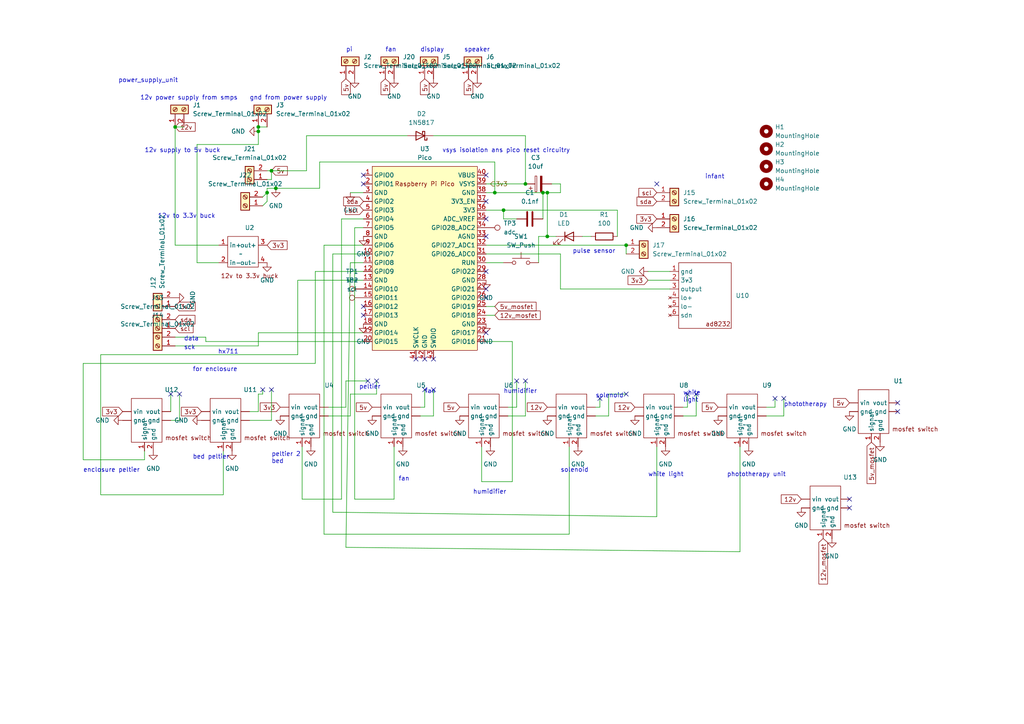
<source format=kicad_sch>
(kicad_sch (version 20230121) (generator eeschema)
  (paper "A4")
  (lib_symbols
    (symbol "Connector:Screw_Terminal_01x02" (pin_names (offset 1.016) hide)
      (property "Reference" "J" (at 0 2.54 0))
      (property "Value" "Screw_Terminal_01x02" (at 0 -5.08 0))
      (symbol "Screw_Terminal_01x02_1_1"
        (rectangle (start -1.27 1.27) (end 1.27 -3.81) (stroke (width 0.254)) (fill (type background)))
        (circle (center 0 -2.54) (radius 0.635) (stroke (width 0.1524)))
        (polyline (pts (xy -0.5334 -2.2098) (xy 0.3302 -3.048)) (stroke (width 0.1524)))
        (polyline (pts (xy -0.5334 0.3302) (xy 0.3302 -0.508)) (stroke (width 0.1524)))
        (polyline (pts (xy -0.3556 -2.032) (xy 0.508 -2.8702)) (stroke (width 0.1524)))
        (polyline (pts (xy -0.3556 0.508) (xy 0.508 -0.3302)) (stroke (width 0.1524)))
        (circle (center 0 0) (radius 0.635) (stroke (width 0.1524)))
        (pin passive line (at -5.08 0 0) (length 3.81) (name "Pin_1") (number "1"))
        (pin passive line (at -5.08 -2.54 0) (length 3.81) (name "Pin_2") (number "2"))
      )
    )
    (symbol "Connector:TestPoint" (pin_numbers hide) (pin_names (offset 0.762) hide)
      (property "Reference" "TP" (at 0 6.858 0))
      (property "Value" "TestPoint" (at 0 5.08 0))
      (symbol "TestPoint_0_1"
        (circle (center 0 3.302) (radius 0.762))
      )
      (symbol "TestPoint_1_1"
        (pin passive line (at 0 0 90) (length 2.54) (name "1") (number "1"))
      )
    )
    (symbol "Device:C" (pin_numbers hide) (pin_names (offset 0.254))
      (property "Reference" "C" (at 0.635 2.54 0))
      (property "Value" "C" (at 0.635 -2.54 0))
      (symbol "C_0_1"
        (polyline (pts (xy -2.032 -0.762) (xy 2.032 -0.762)) (stroke (width 0.508)))
        (polyline (pts (xy -2.032 0.762) (xy 2.032 0.762)) (stroke (width 0.508)))
      )
      (symbol "C_1_1"
        (pin passive line (at 0 3.81 270) (length 2.794) (name "~") (number "1"))
        (pin passive line (at 0 -3.81 90) (length 2.794) (name "~") (number "2"))
      )
    )
    (symbol "Device:C_Polarized" (pin_numbers hide) (pin_names (offset 0.254))
      (property "Reference" "C" (at 0.635 2.54 0))
      (property "Value" "C_Polarized" (at 0.635 -2.54 0))
      (symbol "C_Polarized_0_1"
        (rectangle (start -2.286 0.508) (end 2.286 1.016))
        (polyline (pts (xy -1.778 2.286) (xy -0.762 2.286)))
        (polyline (pts (xy -1.27 2.794) (xy -1.27 1.778)))
        (rectangle (start 2.286 -0.508) (end -2.286 -1.016) (fill (type outline)))
      )
      (symbol "C_Polarized_1_1"
        (pin passive line (at 0 3.81 270) (length 2.794) (name "~") (number "1"))
        (pin passive line (at 0 -3.81 90) (length 2.794) (name "~") (number "2"))
      )
    )
    (symbol "Device:LED" (pin_numbers hide) (pin_names (offset 1.016) hide)
      (property "Reference" "D" (at 0 2.54 0))
      (property "Value" "LED" (at 0 -2.54 0))
      (symbol "LED_0_1"
        (polyline (pts (xy -1.27 -1.27) (xy -1.27 1.27)) (stroke (width 0.254)))
        (polyline (pts (xy -1.27 0) (xy 1.27 0)))
        (polyline (pts (xy 1.27 -1.27) (xy 1.27 1.27) (xy -1.27 0) (xy 1.27 -1.27)) (stroke (width 0.254)))
        (polyline (pts (xy -3.048 -0.762) (xy -4.572 -2.286) (xy -3.81 -2.286) (xy -4.572 -2.286) (xy -4.572 -1.524)))
        (polyline (pts (xy -1.778 -0.762) (xy -3.302 -2.286) (xy -2.54 -2.286) (xy -3.302 -2.286) (xy -3.302 -1.524)))
      )
      (symbol "LED_1_1"
        (pin passive line (at -3.81 0 0) (length 2.54) (name "K") (number "1"))
        (pin passive line (at 3.81 0 180) (length 2.54) (name "A") (number "2"))
      )
    )
    (symbol "Device:R" (pin_numbers hide) (pin_names (offset 0))
      (property "Reference" "R" (at 2.032 0 90))
      (property "Value" "R" (at 0 0 90))
      (symbol "R_0_1"
        (rectangle (start -1.016 -2.54) (end 1.016 2.54) (stroke (width 0.254)))
      )
      (symbol "R_1_1"
        (pin passive line (at 0 3.81 270) (length 1.27) (name "~") (number "1"))
        (pin passive line (at 0 -3.81 90) (length 1.27) (name "~") (number "2"))
      )
    )
    (symbol "Diode:1N5817" (pin_numbers hide) (pin_names (offset 1.016) hide)
      (property "Reference" "D" (at 0 2.54 0))
      (property "Value" "1N5817" (at 0 -2.54 0))
      (symbol "1N5817_0_1"
        (polyline (pts (xy 1.27 0) (xy -1.27 0)))
        (polyline (pts (xy 1.27 1.27) (xy 1.27 -1.27) (xy -1.27 0) (xy 1.27 1.27)) (stroke (width 0.254)))
        (polyline (pts (xy -1.905 0.635) (xy -1.905 1.27) (xy -1.27 1.27) (xy -1.27 -1.27) (xy -0.635 -1.27) (xy -0.635 -0.635)) (stroke (width 0.254)))
      )
      (symbol "1N5817_1_1"
        (pin passive line (at -3.81 0 0) (length 2.54) (name "K") (number "1"))
        (pin passive line (at 3.81 0 180) (length 2.54) (name "A") (number "2"))
      )
    )
    (symbol "MCU_RaspberryPi_and_Boards:Pico"
      (property "Reference" "U" (at -13.97 27.94 0))
      (property "Value" "Pico" (at 0 19.05 0))
      (symbol "Pico_0_0"
        (text "Raspberry Pi Pico" (at 0 21.59 0) (effects (font (size 1.27 1.27))))
      )
      (symbol "Pico_0_1"
        (rectangle (start -15.24 26.67) (end 15.24 -26.67) (fill (type background)))
      )
      (symbol "Pico_1_1"
        (pin bidirectional line (at -17.78 24.13 0) (length 2.54) (name "GPIO0") (number "1"))
        (pin bidirectional line (at -17.78 1.27 0) (length 2.54) (name "GPIO7") (number "10"))
        (pin bidirectional line (at -17.78 -1.27 0) (length 2.54) (name "GPIO8") (number "11"))
        (pin bidirectional line (at -17.78 -3.81 0) (length 2.54) (name "GPIO9") (number "12"))
        (pin power_in line (at -17.78 -6.35 0) (length 2.54) (name "GND") (number "13"))
        (pin bidirectional line (at -17.78 -8.89 0) (length 2.54) (name "GPIO10") (number "14"))
        (pin bidirectional line (at -17.78 -11.43 0) (length 2.54) (name "GPIO11") (number "15"))
        (pin bidirectional line (at -17.78 -13.97 0) (length 2.54) (name "GPIO12") (number "16"))
        (pin bidirectional line (at -17.78 -16.51 0) (length 2.54) (name "GPIO13") (number "17"))
        (pin power_in line (at -17.78 -19.05 0) (length 2.54) (name "GND") (number "18"))
        (pin bidirectional line (at -17.78 -21.59 0) (length 2.54) (name "GPIO14") (number "19"))
        (pin bidirectional line (at -17.78 21.59 0) (length 2.54) (name "GPIO1") (number "2"))
        (pin bidirectional line (at -17.78 -24.13 0) (length 2.54) (name "GPIO15") (number "20"))
        (pin bidirectional line (at 17.78 -24.13 180) (length 2.54) (name "GPIO16") (number "21"))
        (pin bidirectional line (at 17.78 -21.59 180) (length 2.54) (name "GPIO17") (number "22"))
        (pin power_in line (at 17.78 -19.05 180) (length 2.54) (name "GND") (number "23"))
        (pin bidirectional line (at 17.78 -16.51 180) (length 2.54) (name "GPIO18") (number "24"))
        (pin bidirectional line (at 17.78 -13.97 180) (length 2.54) (name "GPIO19") (number "25"))
        (pin bidirectional line (at 17.78 -11.43 180) (length 2.54) (name "GPIO20") (number "26"))
        (pin bidirectional line (at 17.78 -8.89 180) (length 2.54) (name "GPIO21") (number "27"))
        (pin power_in line (at 17.78 -6.35 180) (length 2.54) (name "GND") (number "28"))
        (pin bidirectional line (at 17.78 -3.81 180) (length 2.54) (name "GPIO22") (number "29"))
        (pin power_in line (at -17.78 19.05 0) (length 2.54) (name "GND") (number "3"))
        (pin input line (at 17.78 -1.27 180) (length 2.54) (name "RUN") (number "30"))
        (pin bidirectional line (at 17.78 1.27 180) (length 2.54) (name "GPIO26_ADC0") (number "31"))
        (pin bidirectional line (at 17.78 3.81 180) (length 2.54) (name "GPIO27_ADC1") (number "32"))
        (pin power_in line (at 17.78 6.35 180) (length 2.54) (name "AGND") (number "33"))
        (pin bidirectional line (at 17.78 8.89 180) (length 2.54) (name "GPIO28_ADC2") (number "34"))
        (pin power_in line (at 17.78 11.43 180) (length 2.54) (name "ADC_VREF") (number "35"))
        (pin power_in line (at 17.78 13.97 180) (length 2.54) (name "3V3") (number "36"))
        (pin input line (at 17.78 16.51 180) (length 2.54) (name "3V3_EN") (number "37"))
        (pin bidirectional line (at 17.78 19.05 180) (length 2.54) (name "GND") (number "38"))
        (pin power_in line (at 17.78 21.59 180) (length 2.54) (name "VSYS") (number "39"))
        (pin bidirectional line (at -17.78 16.51 0) (length 2.54) (name "GPIO2") (number "4"))
        (pin power_in line (at 17.78 24.13 180) (length 2.54) (name "VBUS") (number "40"))
        (pin input line (at -2.54 -29.21 90) (length 2.54) (name "SWCLK") (number "41"))
        (pin power_in line (at 0 -29.21 90) (length 2.54) (name "GND") (number "42"))
        (pin bidirectional line (at 2.54 -29.21 90) (length 2.54) (name "SWDIO") (number "43"))
        (pin bidirectional line (at -17.78 13.97 0) (length 2.54) (name "GPIO3") (number "5"))
        (pin bidirectional line (at -17.78 11.43 0) (length 2.54) (name "GPIO4") (number "6"))
        (pin bidirectional line (at -17.78 8.89 0) (length 2.54) (name "GPIO5") (number "7"))
        (pin power_in line (at -17.78 6.35 0) (length 2.54) (name "GND") (number "8"))
        (pin bidirectional line (at -17.78 3.81 0) (length 2.54) (name "GPIO6") (number "9"))
      )
    )
    (symbol "Mechanical:MountingHole" (pin_names (offset 1.016))
      (property "Reference" "H" (at 0 5.08 0))
      (property "Value" "MountingHole" (at 0 3.175 0))
      (symbol "MountingHole_0_1"
        (circle (center 0 0) (radius 1.27) (stroke (width 1.27)))
      )
    )
    (symbol "Switch:SW_Push" (pin_numbers hide) (pin_names (offset 1.016) hide)
      (property "Reference" "SW" (at 1.27 2.54 0))
      (property "Value" "SW_Push" (at 0 -1.524 0))
      (symbol "SW_Push_0_1"
        (circle (center -2.032 0) (radius 0.508))
        (polyline (pts (xy 0 1.27) (xy 0 3.048)))
        (polyline (pts (xy 2.54 1.27) (xy -2.54 1.27)))
        (circle (center 2.032 0) (radius 0.508))
        (pin passive line (at -5.08 0 0) (length 2.54) (name "1") (number "1"))
        (pin passive line (at 5.08 0 180) (length 2.54) (name "2") (number "2"))
      )
    )
    (symbol "ad8232:ad8232"
      (property "Reference" "U10" (at 13.97 -4.445 0))
      (property "Value" "~" (at 0 0 0))
      (symbol "ad8232_0_1"
        (polyline (pts (xy -2.54 5.08) (xy -2.54 -13.97) (xy 12.7 -13.97) (xy 12.7 5.08) (xy -2.54 5.08)))
      )
      (symbol "ad8232_1_1"
        (text "ad8232" (at 8.89 -12.7 0) (effects (font (size 1.27 1.27))))
        (pin bidirectional line (at -5.08 2.54 0) (length 2.54) (name "gnd") (number "1"))
        (pin input line (at -5.08 0 0) (length 2.54) (name "3v3") (number "2"))
        (pin output line (at -5.08 -2.54 0) (length 2.54) (name "output") (number "3"))
        (pin no_connect line (at -5.08 -5.08 0) (length 2.54) (name "lo+") (number "4"))
        (pin no_connect line (at -5.08 -7.62 0) (length 2.54) (name "lo-") (number "5"))
        (pin no_connect line (at -5.08 -10.16 0) (length 2.54) (name "sdn") (number "6"))
      )
    )
    (symbol "buck:buck_12_3.3"
      (property "Reference" "U2" (at 2.54 7.62 0))
      (property "Value" "~" (at 0 0 0))
      (symbol "buck_12_3.3_0_1"
        (polyline (pts (xy -3.81 5.08) (xy -3.81 -3.81) (xy 5.08 -3.81) (xy 5.08 5.08) (xy -3.81 5.08)))
      )
      (symbol "buck_12_3.3_1_1"
        (text "12v to 3.3v buck\n" (at 2.54 -6.35 0) (effects (font (size 1.27 1.27))))
        (pin input line (at -6.35 2.54 0) (length 2.54) (name "in+") (number "1"))
        (pin input line (at -6.35 -2.54 0) (length 2.54) (name "in-") (number "2"))
        (pin bidirectional line (at 7.62 2.54 180) (length 2.54) (name "out+") (number "3"))
        (pin bidirectional line (at 7.62 -2.54 180) (length 2.54) (name "out-") (number "4"))
      )
    )
    (symbol "mosfet_switch:mosfet_switch"
      (property "Reference" "U12" (at 6.5568 11.43 0))
      (property "Value" "~" (at 0 0 0))
      (symbol "mosfet_switch_0_1"
        (polyline (pts (xy -5.08 8.89) (xy -5.08 -3.81) (xy 3.81 -3.81) (xy 3.81 8.89) (xy -5.08 8.89)))
      )
      (symbol "mosfet_switch_1_1"
        (text "mosfet switch" (at 11.43 -2.54 0) (effects (font (size 1.27 1.27))))
        (pin input line (at -7.62 2.54 0) (length 2.54) (name "gnd") (number ""))
        (pin bidirectional line (at 6.35 2.54 180) (length 2.54) (name "gnd") (number ""))
        (pin input line (at -7.62 5.08 0) (length 2.54) (name "vin") (number ""))
        (pin bidirectional line (at 6.35 5.08 180) (length 2.54) (name "vout") (number ""))
        (pin bidirectional line (at -1.27 -6.35 90) (length 2.54) (name "signal") (number "1"))
        (pin bidirectional line (at 1.27 -6.35 90) (length 2.54) (name "gnd") (number "2"))
      )
    )
    (symbol "mosfet_switch_1"
      (property "Reference" "U9" (at 6.5568 11.43 0))
      (property "Value" "~" (at 0 0 0))
      (symbol "mosfet_switch_1_0_1"
        (polyline (pts (xy -5.08 8.89) (xy -5.08 -3.81) (xy 3.81 -3.81) (xy 3.81 8.89) (xy -5.08 8.89)))
      )
      (symbol "mosfet_switch_1_1_1"
        (text "mosfet switch" (at 11.43 -2.54 0) (effects (font (size 1.27 1.27))))
        (pin input line (at -7.62 2.54 0) (length 2.54) (name "gnd") (number ""))
        (pin bidirectional line (at 6.35 2.54 180) (length 2.54) (name "gnd") (number ""))
        (pin input line (at -7.62 5.08 0) (length 2.54) (name "vin") (number ""))
        (pin bidirectional line (at 6.35 5.08 180) (length 2.54) (name "vout") (number ""))
        (pin bidirectional line (at -1.27 -6.35 90) (length 2.54) (name "signal") (number "1"))
        (pin bidirectional line (at 1.27 -6.35 90) (length 2.54) (name "gnd") (number "2"))
      )
    )
    (symbol "mosfet_switch_2"
      (property "Reference" "U8" (at 6.5568 11.43 0))
      (property "Value" "~" (at 0 0 0))
      (symbol "mosfet_switch_2_0_1"
        (polyline (pts (xy -5.08 8.89) (xy -5.08 -3.81) (xy 3.81 -3.81) (xy 3.81 8.89) (xy -5.08 8.89)))
      )
      (symbol "mosfet_switch_2_1_1"
        (text "mosfet switch" (at 11.43 -2.54 0) (effects (font (size 1.27 1.27))))
        (pin input line (at -7.62 2.54 0) (length 2.54) (name "gnd") (number ""))
        (pin bidirectional line (at 6.35 2.54 180) (length 2.54) (name "gnd") (number ""))
        (pin input line (at -7.62 5.08 0) (length 2.54) (name "vin") (number ""))
        (pin bidirectional line (at 6.35 5.08 180) (length 2.54) (name "vout") (number ""))
        (pin bidirectional line (at -1.27 -6.35 90) (length 2.54) (name "signal") (number "1"))
        (pin bidirectional line (at 1.27 -6.35 90) (length 2.54) (name "gnd") (number "2"))
      )
    )
    (symbol "mosfet_switch_3"
      (property "Reference" "U5" (at 6.5568 11.43 0))
      (property "Value" "~" (at 0 0 0))
      (symbol "mosfet_switch_3_0_1"
        (polyline (pts (xy -5.08 8.89) (xy -5.08 -3.81) (xy 3.81 -3.81) (xy 3.81 8.89) (xy -5.08 8.89)))
      )
      (symbol "mosfet_switch_3_1_1"
        (text "mosfet switch" (at 11.43 -2.54 0) (effects (font (size 1.27 1.27))))
        (pin input line (at -7.62 2.54 0) (length 2.54) (name "gnd") (number ""))
        (pin bidirectional line (at 6.35 2.54 180) (length 2.54) (name "gnd") (number ""))
        (pin input line (at -7.62 5.08 0) (length 2.54) (name "vin") (number ""))
        (pin bidirectional line (at 6.35 5.08 180) (length 2.54) (name "vout") (number ""))
        (pin bidirectional line (at -1.27 -6.35 90) (length 2.54) (name "signal") (number "1"))
        (pin bidirectional line (at 1.27 -6.35 90) (length 2.54) (name "gnd") (number "2"))
      )
    )
    (symbol "mosfet_switch_4"
      (property "Reference" "U6" (at 6.5568 11.43 0))
      (property "Value" "~" (at 0 0 0))
      (symbol "mosfet_switch_4_0_1"
        (polyline (pts (xy -5.08 8.89) (xy -5.08 -3.81) (xy 3.81 -3.81) (xy 3.81 8.89) (xy -5.08 8.89)))
      )
      (symbol "mosfet_switch_4_1_1"
        (text "mosfet switch" (at 11.43 -2.54 0) (effects (font (size 1.27 1.27))))
        (pin input line (at -7.62 2.54 0) (length 2.54) (name "gnd") (number ""))
        (pin bidirectional line (at 6.35 2.54 180) (length 2.54) (name "gnd") (number ""))
        (pin input line (at -7.62 5.08 0) (length 2.54) (name "vin") (number ""))
        (pin bidirectional line (at 6.35 5.08 180) (length 2.54) (name "vout") (number ""))
        (pin bidirectional line (at -1.27 -6.35 90) (length 2.54) (name "signal") (number "1"))
        (pin bidirectional line (at 1.27 -6.35 90) (length 2.54) (name "gnd") (number "2"))
      )
    )
    (symbol "mosfet_switch_5"
      (property "Reference" "U7" (at 6.5568 11.43 0))
      (property "Value" "~" (at 0 0 0))
      (symbol "mosfet_switch_5_0_1"
        (polyline (pts (xy -5.08 8.89) (xy -5.08 -3.81) (xy 3.81 -3.81) (xy 3.81 8.89) (xy -5.08 8.89)))
      )
      (symbol "mosfet_switch_5_1_1"
        (text "mosfet switch" (at 11.43 -2.54 0) (effects (font (size 1.27 1.27))))
        (pin input line (at -7.62 2.54 0) (length 2.54) (name "gnd") (number ""))
        (pin bidirectional line (at 6.35 2.54 180) (length 2.54) (name "gnd") (number ""))
        (pin input line (at -7.62 5.08 0) (length 2.54) (name "vin") (number ""))
        (pin bidirectional line (at 6.35 5.08 180) (length 2.54) (name "vout") (number ""))
        (pin bidirectional line (at -1.27 -6.35 90) (length 2.54) (name "signal") (number "1"))
        (pin bidirectional line (at 1.27 -6.35 90) (length 2.54) (name "gnd") (number "2"))
      )
    )
    (symbol "mosfet_switch_6"
      (property "Reference" "U4" (at 6.5568 11.43 0))
      (property "Value" "~" (at 0 0 0))
      (symbol "mosfet_switch_6_0_1"
        (polyline (pts (xy -5.08 8.89) (xy -5.08 -3.81) (xy 3.81 -3.81) (xy 3.81 8.89) (xy -5.08 8.89)))
      )
      (symbol "mosfet_switch_6_1_1"
        (text "mosfet switch" (at 11.43 -2.54 0) (effects (font (size 1.27 1.27))))
        (pin input line (at -7.62 2.54 0) (length 2.54) (name "gnd") (number ""))
        (pin bidirectional line (at 6.35 2.54 180) (length 2.54) (name "gnd") (number ""))
        (pin input line (at -7.62 5.08 0) (length 2.54) (name "vin") (number ""))
        (pin bidirectional line (at 6.35 5.08 180) (length 2.54) (name "vout") (number ""))
        (pin bidirectional line (at -1.27 -6.35 90) (length 2.54) (name "signal") (number "1"))
        (pin bidirectional line (at 1.27 -6.35 90) (length 2.54) (name "gnd") (number "2"))
      )
    )
    (symbol "mosfet_switch_7"
      (property "Reference" "U11" (at 6.5568 11.43 0))
      (property "Value" "~" (at 0 0 0))
      (symbol "mosfet_switch_7_0_1"
        (polyline (pts (xy -5.08 8.89) (xy -5.08 -3.81) (xy 3.81 -3.81) (xy 3.81 8.89) (xy -5.08 8.89)))
      )
      (symbol "mosfet_switch_7_1_1"
        (text "mosfet switch" (at 11.43 -2.54 0) (effects (font (size 1.27 1.27))))
        (pin input line (at -7.62 2.54 0) (length 2.54) (name "gnd") (number ""))
        (pin bidirectional line (at 6.35 2.54 180) (length 2.54) (name "gnd") (number ""))
        (pin input line (at -7.62 5.08 0) (length 2.54) (name "vin") (number ""))
        (pin bidirectional line (at 6.35 5.08 180) (length 2.54) (name "vout") (number ""))
        (pin bidirectional line (at -1.27 -6.35 90) (length 2.54) (name "signal") (number "1"))
        (pin bidirectional line (at 1.27 -6.35 90) (length 2.54) (name "gnd") (number "2"))
      )
    )
    (symbol "power:GND" (power) (pin_names (offset 0))
      (property "Value" "GND" (at 0 -3.81 0))
      (symbol "GND_0_1"
        (polyline (pts (xy 0 0) (xy 0 -1.27) (xy 1.27 -1.27) (xy 0 -2.54) (xy -1.27 -1.27) (xy 0 -1.27)))
      )
      (symbol "GND_1_1"
        (pin power_in line (at 0 0 270) (length 0) hide (name "GND") (number "1"))
      )
    )
  )
  (junction (at 143.51 55.88))
  (junction (at 77.47 55.88))
  (junction (at 80.01 54.61))
  (junction (at 74.93 38.1))
  (junction (at 74.93 36.83))
  (junction (at 78.74 49.53))
  (junction (at 181.61 71.12))
  (junction (at 157.48 55.88))
  (junction (at 158.75 55.88))
  (junction (at 146.05 60.96))
  (junction (at 152.4 53.34))
  (junction (at 158.75 68.58))
  (junction (at 50.8 36.83))
  (no_connect (at 149.86 110.49))
  (no_connect (at 140.97 68.58))
  (no_connect (at 123.19 113.03))
  (no_connect (at 120.65 104.14))
  (no_connect (at 140.97 50.8))
  (no_connect (at 140.97 78.74))
  (no_connect (at 224.79 115.57))
  (no_connect (at 140.97 86.36))
  (no_connect (at 105.41 91.44))
  (no_connect (at 260.35 119.38))
  (no_connect (at 78.74 113.03))
  (no_connect (at 140.97 96.52))
  (no_connect (at 49.53 114.3))
  (no_connect (at 109.22 110.49))
  (no_connect (at 201.93 114.3))
  (no_connect (at 125.73 104.14))
  (no_connect (at 105.41 88.9))
  (no_connect (at 140.97 83.82))
  (no_connect (at 190.5 53.34))
  (no_connect (at 246.38 144.78))
  (no_connect (at 246.38 147.32))
  (no_connect (at 181.61 114.3))
  (no_connect (at 199.39 114.3))
  (no_connect (at 52.07 114.3))
  (no_connect (at 152.4 110.49))
  (no_connect (at 76.2 113.03))
  (no_connect (at 140.97 58.42))
  (no_connect (at 123.19 104.14))
  (no_connect (at 125.73 113.03))
  (no_connect (at 260.35 116.84))
  (no_connect (at 227.33 115.57))
  (no_connect (at 173.99 115.57))
  (no_connect (at 106.68 110.49))
  (no_connect (at 105.41 53.34))
  (no_connect (at 105.41 50.8))
  (no_connect (at 140.97 63.5))
  (wire (pts (xy 74.93 114.3) (xy 76.2 114.3)))
  (wire (pts (xy 152.4 110.49) (xy 152.4 120.65)))
  (wire (pts (xy 96.52 148.59) (xy 96.52 73.66)))
  (wire (pts (xy 102.87 144.78) (xy 102.87 66.04)))
  (wire (pts (xy 214.63 160.02) (xy 100.33 158.75)))
  (wire (pts (xy 76.2 59.69) (xy 77.47 58.42)))
  (wire (pts (xy 99.06 63.5) (xy 105.41 63.5)))
  (wire (pts (xy 114.3 144.78) (xy 102.87 144.78)))
  (wire (pts (xy 77.47 58.42) (xy 77.47 55.88)))
  (wire (pts (xy 91.44 78.74) (xy 91.44 105.41)))
  (wire (pts (xy 222.25 120.65) (xy 227.33 120.65)))
  (wire (pts (xy 194.31 78.74) (xy 187.96 78.74)))
  (wire (pts (xy 101.6 76.2) (xy 105.41 76.2)))
  (wire (pts (xy 77.47 54.61) (xy 77.47 55.88)))
  (wire (pts (xy 78.74 49.53) (xy 88.9 49.53)))
  (wire (pts (xy 49.53 121.92) (xy 52.07 121.92)))
  (wire (pts (xy 52.07 121.92) (xy 52.07 114.3)))
  (wire (pts (xy 99.06 144.78) (xy 99.06 63.5)))
  (wire (pts (xy 105.41 78.74) (xy 91.44 78.74)))
  (wire (pts (xy 157.48 55.88) (xy 158.75 55.88)))
  (wire (pts (xy 78.74 113.03) (xy 78.74 121.92)))
  (wire (pts (xy 74.93 41.91) (xy 57.15 41.91)))
  (wire (pts (xy 101.6 120.65) (xy 95.25 120.65)))
  (wire (pts (xy 140.97 71.12) (xy 181.61 71.12)))
  (wire (pts (xy 139.7 129.54) (xy 139.7 139.7)))
  (wire (pts (xy 93.98 71.12) (xy 105.41 71.12)))
  (wire (pts (xy 72.39 119.38) (xy 74.93 119.38)))
  (wire (pts (xy 165.1 129.54) (xy 165.1 154.94)))
  (wire (pts (xy 74.93 36.83) (xy 74.93 38.1)))
  (wire (pts (xy 152.4 53.34) (xy 140.97 53.34)))
  (wire (pts (xy 96.52 73.66) (xy 105.41 73.66)))
  (wire (pts (xy 149.86 63.5) (xy 146.05 63.5)))
  (wire (pts (xy 152.4 120.65) (xy 147.32 120.65)))
  (wire (pts (xy 41.91 133.35) (xy 41.91 130.81)))
  (wire (pts (xy 59.69 99.06) (xy 105.41 99.06)))
  (wire (pts (xy 87.63 144.78) (xy 99.06 144.78)))
  (wire (pts (xy 105.41 55.88) (xy 101.6 55.88)))
  (wire (pts (xy 50.8 36.83) (xy 50.8 71.12)))
  (wire (pts (xy 53.34 36.83) (xy 50.8 36.83)))
  (wire (pts (xy 93.98 154.94) (xy 93.98 71.12)))
  (wire (pts (xy 224.79 118.11) (xy 222.25 118.11)))
  (wire (pts (xy 125.73 113.03) (xy 125.73 120.65)))
  (wire (pts (xy 74.93 38.1) (xy 74.93 41.91)))
  (wire (pts (xy 168.91 68.58) (xy 171.45 68.58)))
  (wire (pts (xy 156.21 68.58) (xy 158.75 68.58)))
  (wire (pts (xy 91.44 105.41) (xy 24.13 105.41)))
  (wire (pts (xy 179.07 68.58) (xy 179.07 60.96)))
  (wire (pts (xy 152.4 39.37) (xy 125.73 39.37)))
  (wire (pts (xy 86.36 81.28) (xy 105.41 81.28)))
  (wire (pts (xy 87.63 129.54) (xy 87.63 144.78)))
  (wire (pts (xy 74.93 96.52) (xy 105.41 96.52)))
  (wire (pts (xy 165.1 154.94) (xy 93.98 154.94)))
  (wire (pts (xy 77.47 36.83) (xy 74.93 36.83)))
  (wire (pts (xy 77.47 54.61) (xy 80.01 54.61)))
  (wire (pts (xy 123.19 118.11) (xy 123.19 113.03)))
  (wire (pts (xy 140.97 76.2) (xy 146.05 76.2)))
  (wire (pts (xy 148.59 99.06) (xy 140.97 99.06)))
  (wire (pts (xy 77.47 52.07) (xy 78.74 52.07)))
  (wire (pts (xy 143.51 55.88) (xy 157.48 55.88)))
  (wire (pts (xy 140.97 73.66) (xy 162.56 73.66)))
  (wire (pts (xy 162.56 73.66) (xy 162.56 83.82)))
  (wire (pts (xy 139.7 139.7) (xy 148.59 139.7)))
  (wire (pts (xy 181.61 73.66) (xy 181.61 71.12)))
  (wire (pts (xy 152.4 39.37) (xy 152.4 53.34)))
  (wire (pts (xy 224.79 115.57) (xy 224.79 118.11)))
  (wire (pts (xy 59.69 99.06) (xy 59.69 97.79)))
  (wire (pts (xy 162.56 83.82) (xy 194.31 83.82)))
  (wire (pts (xy 227.33 120.65) (xy 227.33 115.57)))
  (wire (pts (xy 101.6 114.3) (xy 101.6 120.65)))
  (wire (pts (xy 201.93 114.3) (xy 201.93 120.65)))
  (wire (pts (xy 201.93 120.65) (xy 198.12 120.65)))
  (wire (pts (xy 148.59 139.7) (xy 148.59 99.06)))
  (wire (pts (xy 78.74 121.92) (xy 72.39 121.92)))
  (wire (pts (xy 77.47 55.88) (xy 76.2 57.15)))
  (wire (pts (xy 147.32 118.11) (xy 149.86 118.11)))
  (wire (pts (xy 80.01 54.61) (xy 92.71 54.61)))
  (wire (pts (xy 194.31 81.28) (xy 187.96 81.28)))
  (wire (pts (xy 121.92 118.11) (xy 123.19 118.11)))
  (wire (pts (xy 99.06 148.59) (xy 96.52 148.59)))
  (wire (pts (xy 74.93 119.38) (xy 74.93 114.3)))
  (wire (pts (xy 88.9 39.37) (xy 118.11 39.37)))
  (wire (pts (xy 125.73 120.65) (xy 121.92 120.65)))
  (wire (pts (xy 102.87 66.04) (xy 105.41 66.04)))
  (wire (pts (xy 59.69 97.79) (xy 50.8 97.79)))
  (wire (pts (xy 176.53 120.65) (xy 172.72 120.65)))
  (wire (pts (xy 100.33 158.75) (xy 101.6 76.2)))
  (wire (pts (xy 158.75 68.58) (xy 161.29 68.58)))
  (wire (pts (xy 173.99 118.11) (xy 172.72 118.11)))
  (wire (pts (xy 95.25 118.11) (xy 100.33 118.11)))
  (wire (pts (xy 190.5 129.54) (xy 190.5 149.86)))
  (wire (pts (xy 86.36 102.87) (xy 86.36 81.28)))
  (wire (pts (xy 109.22 110.49) (xy 109.22 114.3)))
  (wire (pts (xy 158.75 55.88) (xy 162.56 55.88)))
  (wire (pts (xy 64.77 143.51) (xy 29.21 143.51)))
  (wire (pts (xy 140.97 91.44) (xy 143.51 91.44)))
  (wire (pts (xy 160.02 53.34) (xy 162.56 53.34)))
  (wire (pts (xy 146.05 60.96) (xy 140.97 60.96)))
  (wire (pts (xy 140.97 55.88) (xy 143.51 55.88)))
  (wire (pts (xy 140.97 88.9) (xy 143.51 88.9)))
  (wire (pts (xy 29.21 102.87) (xy 86.36 102.87)))
  (wire (pts (xy 173.99 115.57) (xy 173.99 118.11)))
  (wire (pts (xy 179.07 60.96) (xy 146.05 60.96)))
  (wire (pts (xy 156.21 76.2) (xy 156.21 68.58)))
  (wire (pts (xy 190.5 149.86) (xy 99.06 148.59)))
  (wire (pts (xy 146.05 63.5) (xy 146.05 60.96)))
  (wire (pts (xy 92.71 54.61) (xy 92.71 46.99)))
  (wire (pts (xy 49.53 114.3) (xy 49.53 119.38)))
  (wire (pts (xy 157.48 63.5) (xy 157.48 55.88)))
  (wire (pts (xy 76.2 114.3) (xy 76.2 113.03)))
  (wire (pts (xy 114.3 129.54) (xy 114.3 144.78)))
  (wire (pts (xy 100.33 110.49) (xy 106.68 110.49)))
  (wire (pts (xy 63.5 71.12) (xy 50.8 71.12)))
  (wire (pts (xy 149.86 118.11) (xy 149.86 110.49)))
  (wire (pts (xy 77.47 49.53) (xy 78.74 49.53)))
  (wire (pts (xy 64.77 130.81) (xy 64.77 143.51)))
  (wire (pts (xy 109.22 114.3) (xy 101.6 114.3)))
  (wire (pts (xy 88.9 49.53) (xy 88.9 39.37)))
  (wire (pts (xy 143.51 46.99) (xy 143.51 55.88)))
  (wire (pts (xy 57.15 76.2) (xy 63.5 76.2)))
  (wire (pts (xy 92.71 46.99) (xy 143.51 46.99)))
  (wire (pts (xy 74.93 96.52) (xy 74.93 100.33)))
  (wire (pts (xy 214.63 129.54) (xy 214.63 160.02)))
  (wire (pts (xy 29.21 143.51) (xy 29.21 102.87)))
  (wire (pts (xy 199.39 114.3) (xy 199.39 118.11)))
  (wire (pts (xy 78.74 52.07) (xy 78.74 49.53)))
  (wire (pts (xy 176.53 114.3) (xy 176.53 120.65)))
  (wire (pts (xy 199.39 118.11) (xy 198.12 118.11)))
  (wire (pts (xy 181.61 114.3) (xy 176.53 114.3)))
  (wire (pts (xy 162.56 53.34) (xy 162.56 55.88)))
  (wire (pts (xy 158.75 68.58) (xy 158.75 55.88)))
  (wire (pts (xy 57.15 41.91) (xy 57.15 76.2)))
  (wire (pts (xy 24.13 105.41) (xy 24.13 133.35)))
  (wire (pts (xy 50.8 100.33) (xy 74.93 100.33)))
  (wire (pts (xy 100.33 118.11) (xy 100.33 110.49)))
  (wire (pts (xy 24.13 133.35) (xy 41.91 133.35)))
  (text "phototherapy" (at 227.33 118.11 0) (effects (font (size 1.27 1.27)) (justify left bottom)))
  (text "pi" (at 100.33 15.24 0) (effects (font (size 1.27 1.27)) (justify left bottom)))
  (text "humidifier" (at 146.05 114.3 0) (effects (font (size 1.27 1.27)) (justify left bottom)))
  (text "12v supply to 5v buck\n" (at 41.91 44.45 0) (effects (font (size 1.27 1.27)) (justify left bottom)))
  (text "vsys isolation ans pico reset circuitry" (at 128.27 44.45 0) (effects (font (size 1.27 1.27)) (justify left bottom)))
  (text "for enclosure" (at 55.88 107.95 0) (effects (font (size 1.27 1.27)) (justify left bottom)))
  (text " hx711" (at 62.23 102.87 0) (effects (font (size 1.27 1.27)) (justify left bottom)))
  (text "speaker" (at 134.62 15.24 0) (effects (font (size 1.27 1.27)) (justify left bottom)))
  (text "peltier " (at 104.14 113.03 0) (effects (font (size 1.27 1.27)) (justify left bottom)))
  (text "solenoid" (at 162.56 137.16 0) (effects (font (size 1.27 1.27)) (justify left bottom)))
  (text "12v power supply from smps" (at 40.64 29.21 0) (effects (font (size 1.27 1.27)) (justify left bottom)))
  (text "white light" (at 187.96 138.43 0) (effects (font (size 1.27 1.27)) (justify left bottom)))
  (text "fan" (at 115.57 139.7 0) (effects (font (size 1.27 1.27)) (justify left bottom)))
  (text "enclosure peltier" (at 24.13 137.16 0) (effects (font (size 1.27 1.27)) (justify left bottom)))
  (text "humidifier" (at 137.16 143.51 0) (effects (font (size 1.27 1.27)) (justify left bottom)))
  (text "bed peltier" (at 55.88 133.35 0) (effects (font (size 1.27 1.27)) (justify left bottom)))
  (text "infant\n" (at 204.47 52.07 0) (effects (font (size 1.27 1.27)) (justify left bottom)))
  (text "power_supply_unit\n" (at 34.29 24.13 0) (effects (font (size 1.27 1.27)) (justify left bottom)))
  (text "sck" (at 53.34 101.6 0) (effects (font (size 1.27 1.27)) (justify left bottom)))
  (text "gnd from power supply" (at 72.39 29.21 0) (effects (font (size 1.27 1.27)) (justify left bottom)))
  (text "peltier 2\nbed\n" (at 78.74 134.62 0) (effects (font (size 1.27 1.27)) (justify left bottom)))
  (text "display" (at 121.92 15.24 0) (effects (font (size 1.27 1.27)) (justify left bottom)))
  (text "solenoid" (at 172.72 115.57 0) (effects (font (size 1.27 1.27)) (justify left bottom)))
  (text " pulse sensor" (at 165.1 73.66 0) (effects (font (size 1.27 1.27)) (justify left bottom)))
  (text "12v to 3.3v buck\n" (at 45.72 63.5 0) (effects (font (size 1.27 1.27)) (justify left bottom)))
  (text "white \nlight" (at 198.12 116.84 0) (effects (font (size 1.27 1.27)) (justify left bottom)))
  (text "data " (at 53.34 99.06 0) (effects (font (size 1.27 1.27)) (justify left bottom)))
  (text "phototherapy unit" (at 210.82 138.43 0) (effects (font (size 1.27 1.27)) (justify left bottom)))
  (text "fan" (at 123.19 114.3 0) (effects (font (size 1.27 1.27)) (justify left bottom)))
  (text "fan" (at 111.76 15.24 0) (effects (font (size 1.27 1.27)) (justify left bottom)))
  (global_label "scl" (shape input) (at 105.41 60.96 180) (property "Intersheetrefs" "${INTERSHEET_REFS}" (effects hide)))
  (global_label "3v3" (shape input) (at 50.8 88.9 0) (property "Intersheetrefs" "${INTERSHEET_REFS}" (effects hide)))
  (global_label "3v3" (shape input) (at 35.56 119.38 180) (property "Intersheetrefs" "${INTERSHEET_REFS}" (effects hide)))
  (global_label "3v3" (shape input) (at 58.42 119.38 180) (property "Intersheetrefs" "${INTERSHEET_REFS}" (effects hide)))
  (global_label "scl" (shape input) (at 50.8 95.25 0) (property "Intersheetrefs" "${INTERSHEET_REFS}" (effects hide)))
  (global_label "sda" (shape input) (at 50.8 92.71 0) (property "Intersheetrefs" "${INTERSHEET_REFS}" (effects hide)))
  (global_label "5v" (shape input) (at 107.95 118.11 180) (property "Intersheetrefs" "${INTERSHEET_REFS}" (effects hide)))
  (global_label "5v" (shape input) (at 123.19 22.86 270) (property "Intersheetrefs" "${INTERSHEET_REFS}" (effects hide)))
  (global_label "12v" (shape input) (at 184.15 118.11 180) (property "Intersheetrefs" "${INTERSHEET_REFS}" (effects hide)))
  (global_label "5v" (shape input) (at 78.74 49.53 0) (property "Intersheetrefs" "${INTERSHEET_REFS}" (effects hide)))
  (global_label "3v3" (shape input) (at 81.28 118.11 180) (property "Intersheetrefs" "${INTERSHEET_REFS}" (effects hide)))
  (global_label "5v" (shape input) (at 111.76 22.86 270) (property "Intersheetrefs" "${INTERSHEET_REFS}" (effects hide)))
  (global_label "5v" (shape input) (at 135.89 22.86 270) (property "Intersheetrefs" "${INTERSHEET_REFS}" (effects hide)))
  (global_label "5v_mosfet" (shape input) (at 252.73 128.27 270) (property "Intersheetrefs" "${INTERSHEET_REFS}" (effects hide)))
  (global_label "3v3" (shape input) (at 187.96 81.28 180) (property "Intersheetrefs" "${INTERSHEET_REFS}" (effects hide)))
  (global_label "3v3" (shape input) (at 190.5 63.5 180) (property "Intersheetrefs" "${INTERSHEET_REFS}" (effects hide)))
  (global_label "5v_mosfet" (shape input) (at 143.51 88.9 0) (property "Intersheetrefs" "${INTERSHEET_REFS}" (effects hide)))
  (global_label "3v3" (shape input) (at 77.47 71.12 0) (property "Intersheetrefs" "${INTERSHEET_REFS}" (effects hide)))
  (global_label "sda" (shape input) (at 105.41 58.42 180) (property "Intersheetrefs" "${INTERSHEET_REFS}" (effects hide)))
  (global_label "12v" (shape input) (at 232.41 144.78 180) (property "Intersheetrefs" "${INTERSHEET_REFS}" (effects hide)))
  (global_label "12v_mosfet" (shape input) (at 238.76 156.21 270) (property "Intersheetrefs" "${INTERSHEET_REFS}" (effects hide)))
  (global_label "12v" (shape input) (at 158.75 118.11 180) (property "Intersheetrefs" "${INTERSHEET_REFS}" (effects hide)))
  (global_label "12v_mosfet" (shape input) (at 143.51 91.44 0) (property "Intersheetrefs" "${INTERSHEET_REFS}" (effects hide)))
  (global_label "5v" (shape input) (at 246.38 116.84 180) (property "Intersheetrefs" "${INTERSHEET_REFS}" (effects hide)))
  (global_label "5v" (shape input) (at 133.35 118.11 180) (property "Intersheetrefs" "${INTERSHEET_REFS}" (effects hide)))
  (global_label "sda" (shape input) (at 190.5 58.42 180) (property "Intersheetrefs" "${INTERSHEET_REFS}" (effects hide)))
  (global_label "5v" (shape input) (at 100.33 22.86 270) (property "Intersheetrefs" "${INTERSHEET_REFS}" (effects hide)))
  (global_label "12v" (shape input) (at 50.8 36.83 0) (property "Intersheetrefs" "${INTERSHEET_REFS}" (effects hide)))
  (global_label "5v" (shape input) (at 208.28 118.11 180) (property "Intersheetrefs" "${INTERSHEET_REFS}" (effects hide)))
  (global_label "scl" (shape input) (at 190.5 55.88 180) (property "Intersheetrefs" "${INTERSHEET_REFS}" (effects hide)))
  (hierarchical_label "3v3" (shape input) (at 142.24 53.34 0))
  (symbol (lib_id "Mechanical:MountingHole") (at 222.25 38.1 0) (unit 1)
    (property "Reference" "H1" (at 224.79 36.83 0) (effects (justify left)))
    (property "Value" "MountingHole" (at 224.79 39.37 0) (effects (justify left)))
    (property "Footprint" "MountingHole:MountingHole_3.2mm_M3" (effects hide))
  )
  (symbol (lib_id "power:GND") (at 101.6 55.88 0) (unit 1)
    (property "Reference" "#PWR033" (effects hide))
    (property "Value" "GND" (at 101.6 60.96 0))
  )
  (symbol (lib_id "power:GND") (at 217.17 129.54 0) (unit 1)
    (property "Reference" "#PWR08" (effects hide))
    (property "Value" "GND" (at 217.17 134.62 0))
  )
  (symbol (lib_id "Connector:Screw_Terminal_01x02") (at 74.93 31.75 90) (unit 1)
    (property "Reference" "J3" (at 80.01 30.48 90) (effects (justify right)))
    (property "Value" "Screw_Terminal_01x02" (at 80.01 33.02 90) (effects (justify right)))
    (property "Footprint" "screw_terminal:screw_terminal" (effects hide))
  )
  (symbol (lib_id "Connector:Screw_Terminal_01x02") (at 45.72 88.9 180) (unit 1)
    (property "Reference" "J12" (at 44.45 83.82 90) (effects (justify right)))
    (property "Value" "Screw_Terminal_01x02" (at 46.99 83.82 90) (effects (justify right)))
    (property "Footprint" "screw_terminal:screw_terminal" (effects hide))
  )
  (symbol (lib_id "power:GND") (at 187.96 78.74 270) (unit 1)
    (property "Reference" "#PWR09" (effects hide))
    (property "Value" "GND" (at 184.15 78.74 90) (effects (justify right)))
  )
  (symbol (lib_id "power:GND") (at 114.3 22.86 0) (unit 1)
    (property "Reference" "#PWR027" (effects hide))
    (property "Value" "GND" (at 114.3 27.94 0))
  )
  (symbol (lib_id "Switch:SW_Push") (at 151.13 76.2 0) (unit 1)
    (property "Reference" "SW1" (at 151.13 68.58 0))
    (property "Value" "SW_Push" (at 151.13 71.12 0))
    (property "Footprint" "Button_Switch_THT:SW_PUSH_6mm" (effects hide))
  )
  (symbol (lib_id "Connector:TestPoint") (at 140.97 66.04 270) (unit 1)
    (property "Reference" "TP3" (at 146.05 64.77 90) (effects (justify left)))
    (property "Value" "adc" (at 146.05 67.31 90) (effects (justify left)))
    (property "Footprint" "TestPoint:TestPoint_2Pads_Pitch2.54mm_Drill0.8mm" (effects hide))
  )
  (symbol (lib_id "Mechanical:MountingHole") (at 222.25 48.26 0) (unit 1)
    (property "Reference" "H3" (at 224.79 46.99 0) (effects (justify left)))
    (property "Value" "MountingHole" (at 224.79 49.53 0) (effects (justify left)))
    (property "Footprint" "MountingHole:MountingHole_3.2mm_M3" (effects hide))
  )
  (symbol (lib_id "Mechanical:MountingHole") (at 222.25 53.34 0) (unit 1)
    (property "Reference" "H4" (at 224.79 52.07 0) (effects (justify left)))
    (property "Value" "MountingHole" (at 224.79 54.61 0) (effects (justify left)))
    (property "Footprint" "MountingHole:MountingHole_3.2mm_M3" (effects hide))
  )
  (symbol (lib_id "Connector:Screw_Terminal_01x02") (at 72.39 52.07 180) (unit 1)
    (property "Reference" "J21" (at 72.39 43.18 0))
    (property "Value" "Screw_Terminal_01x02" (at 72.39 45.72 0))
    (property "Footprint" "screw_terminal:screw_terminal" (effects hide))
  )
  (symbol (lib_id "Connector:Screw_Terminal_01x02") (at 186.69 71.12 0) (unit 1)
    (property "Reference" "J17" (at 189.23 71.12 0) (effects (justify left)))
    (property "Value" "Screw_Terminal_01x02" (at 189.23 73.66 0) (effects (justify left)))
    (property "Footprint" "screw_terminal:screw_terminal" (effects hide))
  )
  (symbol (lib_id "power:GND") (at 140.97 93.98 0) (unit 1)
    (property "Reference" "#PWR034" (effects hide))
    (property "Value" "GND" (at 140.97 99.06 0))
  )
  (symbol (lib_id "Connector:Screw_Terminal_01x02") (at 45.72 95.25 180) (unit 1)
    (property "Reference" "J13" (at 45.72 86.36 0))
    (property "Value" "Screw_Terminal_01x02" (at 45.72 88.9 0))
    (property "Footprint" "screw_terminal:screw_terminal" (effects hide))
  )
  (symbol (lib_id "power:GND") (at 90.17 129.54 0) (unit 1)
    (property "Reference" "#PWR03" (effects hide))
    (property "Value" "GND" (at 90.17 134.62 0))
  )
  (symbol (lib_id "power:GND") (at 140.97 81.28 0) (unit 1)
    (property "Reference" "#PWR035" (effects hide))
    (property "Value" "GND" (at 140.97 86.36 0))
  )
  (symbol (lib_id "power:GND") (at 107.95 120.65 0) (unit 1)
    (property "Reference" "#PWR013" (effects hide))
    (property "Value" "GND" (at 107.95 125.73 0))
  )
  (symbol (lib_id "power:GND") (at 58.42 121.92 270) (unit 1)
    (property "Reference" "#PWR026" (effects hide))
    (property "Value" "GND" (at 54.61 121.92 90) (effects (justify right)))
  )
  (symbol (lib_id "power:GND") (at 50.8 86.36 90) (unit 1)
    (property "Reference" "#PWR010" (effects hide))
    (property "Value" "GND" (at 55.88 86.36 0))
  )
  (symbol (lib_id "power:GND") (at 167.64 129.54 0) (unit 1)
    (property "Reference" "#PWR06" (effects hide))
    (property "Value" "GND" (at 167.64 134.62 0))
  )
  (symbol (lib_id "Connector:Screw_Terminal_01x02") (at 71.12 59.69 180) (unit 1)
    (property "Reference" "J22" (at 71.12 50.8 0))
    (property "Value" "Screw_Terminal_01x02" (at 71.12 53.34 0))
    (property "Footprint" "screw_terminal:screw_terminal" (effects hide))
  )
  (symbol (lib_name "mosfet_switch_1") (lib_id "mosfet_switch:mosfet_switch") (at 215.9 123.19 0) (unit 1)
    (property "Reference" "U9" (at 222.4568 111.76 0))
    (property "Value" "~" (at 215.9 123.19 0))
    (property "Footprint" "mosfet_switch:switch" (effects hide))
  )
  (symbol (lib_id "power:GND") (at 125.73 22.86 0) (unit 1)
    (property "Reference" "#PWR021" (effects hide))
    (property "Value" "GND" (at 125.73 27.94 0))
  )
  (symbol (lib_id "Device:C_Polarized") (at 156.21 53.34 90) (unit 1)
    (property "Reference" "C3" (at 155.321 45.72 90))
    (property "Value" "10uf" (at 155.321 48.26 90))
    (property "Footprint" "Capacitor_THT:CP_Radial_Tantal_D6.0mm_P2.50mm" (effects hide))
  )
  (symbol (lib_id "Diode:1N5817") (at 121.92 39.37 180) (unit 1)
    (property "Reference" "D2" (at 122.2375 33.02 0))
    (property "Value" "1N5817" (at 122.2375 35.56 0))
    (property "Footprint" "Diode_THT:D_DO-41_SOD81_P2.54mm_Vertical_AnodeUp" (effects hide))
    (property "Datasheet" "http://www.vishay.com/docs/88525/1n5817.pdf" (effects hide))
  )
  (symbol (lib_id "power:GND") (at 67.31 130.81 0) (unit 1)
    (property "Reference" "#PWR023" (effects hide))
    (property "Value" "GND" (at 67.31 135.89 0))
  )
  (symbol (lib_id "power:GND") (at 80.01 54.61 0) (unit 1)
    (property "Reference" "#PWR018" (effects hide))
    (property "Value" "GND" (at 80.01 59.69 0))
  )
  (symbol (lib_id "power:GND") (at 184.15 120.65 0) (unit 1)
    (property "Reference" "#PWR016" (effects hide))
    (property "Value" "GND" (at 184.15 125.73 0))
  )
  (symbol (lib_id "Connector:Screw_Terminal_01x02") (at 100.33 17.78 90) (unit 1)
    (property "Reference" "J2" (at 105.41 16.51 90) (effects (justify right)))
    (property "Value" "Screw_Terminal_01x02" (at 105.41 19.05 90) (effects (justify right)))
    (property "Footprint" "screw_terminal:screw_terminal" (effects hide))
  )
  (symbol (lib_id "ad8232:ad8232") (at 199.39 81.28 0) (unit 1)
    (property "Reference" "U10" (at 213.36 85.725 0) (effects (justify left)))
    (property "Value" "~" (at 199.39 81.28 0))
    (property "Footprint" "ad8232:ad8232" (effects hide))
  )
  (symbol (lib_name "mosfet_switch_2") (lib_id "mosfet_switch:mosfet_switch") (at 191.77 123.19 0) (unit 1)
    (property "Reference" "U8" (at 198.3268 111.76 0))
    (property "Value" "~" (at 191.77 123.19 0))
    (property "Footprint" "mosfet_switch:switch" (effects hide))
  )
  (symbol (lib_id "power:GND") (at 105.41 93.98 0) (unit 1)
    (property "Reference" "#PWR032" (effects hide))
    (property "Value" "GND" (at 105.41 99.06 0))
  )
  (symbol (lib_name "mosfet_switch_2") (lib_id "mosfet_switch:mosfet_switch") (at 240.03 149.86 0) (unit 1)
    (property "Reference" "U13" (at 246.5868 138.43 0))
    (property "Value" "~" (at 240.03 149.86 0))
    (property "Footprint" "mosfet_switch:switch" (effects hide))
  )
  (symbol (lib_id "power:GND") (at 116.84 129.54 0) (unit 1)
    (property "Reference" "#PWR04" (effects hide))
    (property "Value" "GND" (at 116.84 134.62 0))
  )
  (symbol (lib_id "power:GND") (at 138.43 22.86 0) (unit 1)
    (property "Reference" "#PWR022" (effects hide))
    (property "Value" "GND" (at 138.43 27.94 0))
  )
  (symbol (lib_name "mosfet_switch_7") (lib_id "mosfet_switch:mosfet_switch") (at 66.04 124.46 0) (unit 1)
    (property "Reference" "U11" (at 72.5968 113.03 0))
    (property "Value" "~" (at 66.04 124.46 0))
    (property "Footprint" "mosfet_switch:switch" (effects hide))
  )
  (symbol (lib_id "Connector:Screw_Terminal_01x02") (at 50.8 31.75 90) (unit 1)
    (property "Reference" "J1" (at 55.88 30.48 90) (effects (justify right)))
    (property "Value" "Screw_Terminal_01x02" (at 55.88 33.02 90) (effects (justify right)))
    (property "Footprint" "screw_terminal:screw_terminal" (effects hide))
  )
  (symbol (lib_id "Mechanical:MountingHole") (at 222.25 43.18 0) (unit 1)
    (property "Reference" "H2" (at 224.79 41.91 0) (effects (justify left)))
    (property "Value" "MountingHole" (at 224.79 44.45 0) (effects (justify left)))
    (property "Footprint" "MountingHole:MountingHole_3.2mm_M3" (effects hide))
  )
  (symbol (lib_id "MCU_RaspberryPi_and_Boards:Pico") (at 123.19 74.93 0) (unit 1)
    (property "Reference" "U3" (at 123.19 43.18 0))
    (property "Value" "Pico" (at 123.19 45.72 0))
    (property "Footprint" "MCU_RaspberryPi_and_Boards:RPi_Pico_SMD_TH" (effects hide))
  )
  (symbol (lib_id "power:GND") (at 232.41 147.32 0) (unit 1)
    (property "Reference" "#PWR031" (effects hide))
    (property "Value" "GND" (at 232.41 152.4 0))
  )
  (symbol (lib_id "power:GND") (at 133.35 120.65 0) (unit 1)
    (property "Reference" "#PWR014" (effects hide))
    (property "Value" "GND" (at 133.35 125.73 0))
  )
  (symbol (lib_id "Device:C") (at 153.67 63.5 90) (unit 1)
    (property "Reference" "C1" (at 153.67 55.88 90))
    (property "Value" "0.1nf" (at 153.67 58.42 90))
    (property "Footprint" "Capacitor_THT:CP_Radial_Tantal_D5.0mm_P2.50mm" (effects hide))
  )
  (symbol (lib_id "Connector:Screw_Terminal_01x02") (at 45.72 100.33 180) (unit 1)
    (property "Reference" "J14" (at 45.72 91.44 0))
    (property "Value" "Screw_Terminal_01x02" (at 45.72 93.98 0))
    (property "Footprint" "screw_terminal:screw_terminal" (effects hide))
  )
  (symbol (lib_id "power:GND") (at 74.93 38.1 270) (unit 1)
    (property "Reference" "#PWR019" (effects hide))
    (property "Value" "GND" (at 71.12 38.1 90) (effects (justify right)))
  )
  (symbol (lib_id "power:GND") (at 44.45 130.81 0) (unit 1)
    (property "Reference" "#PWR024" (effects hide))
    (property "Value" "GND" (at 44.45 135.89 0))
  )
  (symbol (lib_id "power:GND") (at 102.87 22.86 0) (unit 1)
    (property "Reference" "#PWR020" (effects hide))
    (property "Value" "GND" (at 102.87 27.94 0))
  )
  (symbol (lib_id "power:GND") (at 193.04 129.54 0) (unit 1)
    (property "Reference" "#PWR07" (effects hide))
    (property "Value" "GND" (at 193.04 134.62 0))
  )
  (symbol (lib_id "power:GND") (at 81.28 120.65 0) (unit 1)
    (property "Reference" "#PWR012" (effects hide))
    (property "Value" "GND" (at 81.28 125.73 0))
  )
  (symbol (lib_id "Connector:TestPoint") (at 105.41 83.82 90) (unit 1)
    (property "Reference" "TP1" (at 102.108 78.74 90))
    (property "Value" "sda" (at 102.108 81.28 90))
    (property "Footprint" "TestPoint:TestPoint_2Pads_Pitch2.54mm_Drill0.8mm" (effects hide))
  )
  (symbol (lib_id "Device:LED") (at 165.1 68.58 0) (unit 1)
    (property "Reference" "D1" (at 163.5125 62.23 0))
    (property "Value" "LED" (at 163.5125 64.77 0))
    (property "Footprint" "LED_THT:LED_D3.0mm_FlatTop" (effects hide))
  )
  (symbol (lib_id "power:GND") (at 246.38 119.38 0) (unit 1)
    (property "Reference" "#PWR028" (effects hide))
    (property "Value" "GND" (at 246.38 124.46 0))
  )
  (symbol (lib_name "mosfet_switch_3") (lib_id "mosfet_switch:mosfet_switch") (at 115.57 123.19 0) (unit 1)
    (property "Reference" "U5" (at 122.1268 111.76 0))
    (property "Value" "~" (at 115.57 123.19 0))
    (property "Footprint" "mosfet_switch:switch" (effects hide))
  )
  (symbol (lib_id "power:GND") (at 190.5 66.04 270) (unit 1)
    (property "Reference" "#PWR011" (effects hide))
    (property "Value" "GND" (at 186.69 66.04 90) (effects (justify right)))
  )
  (symbol (lib_id "power:GND") (at 241.3 156.21 0) (unit 1)
    (property "Reference" "#PWR030" (effects hide))
    (property "Value" "GND" (at 241.3 161.29 0))
  )
  (symbol (lib_id "buck:buck_12_3.3") (at 69.85 73.66 0) (unit 1)
    (property "Reference" "U2" (at 72.39 66.04 0))
    (property "Value" "~" (at 69.85 73.66 0))
    (property "Footprint" "buck_3.3:buck_3.3" (effects hide))
  )
  (symbol (lib_id "Connector:Screw_Terminal_01x02") (at 111.76 17.78 90) (unit 1)
    (property "Reference" "J20" (at 116.84 16.51 90) (effects (justify right)))
    (property "Value" "Screw_Terminal_01x02" (at 116.84 19.05 90) (effects (justify right)))
    (property "Footprint" "screw_terminal:screw_terminal" (effects hide))
  )
  (symbol (lib_id "power:GND") (at 77.47 76.2 0) (unit 1)
    (property "Reference" "#PWR02" (effects hide))
    (property "Value" "GND" (at 77.47 81.28 0))
  )
  (symbol (lib_name "mosfet_switch_1") (lib_id "mosfet_switch:mosfet_switch") (at 254 121.92 0) (unit 1)
    (property "Reference" "U1" (at 260.5568 110.49 0))
    (property "Value" "~" (at 254 121.92 0))
    (property "Footprint" "mosfet_switch:switch" (effects hide))
  )
  (symbol (lib_id "Connector:Screw_Terminal_01x02") (at 195.58 55.88 0) (unit 1)
    (property "Reference" "J15" (at 198.12 55.88 0) (effects (justify left)))
    (property "Value" "Screw_Terminal_01x02" (at 198.12 58.42 0) (effects (justify left)))
    (property "Footprint" "screw_terminal:screw_terminal" (effects hide))
  )
  (symbol (lib_id "power:GND") (at 35.56 121.92 270) (unit 1)
    (property "Reference" "#PWR025" (effects hide))
    (property "Value" "GND" (at 31.75 121.92 90) (effects (justify right)))
  )
  (symbol (lib_id "power:GND") (at 105.41 68.58 0) (unit 1)
    (property "Reference" "#PWR01" (effects hide))
    (property "Value" "GND" (at 105.41 73.66 0))
  )
  (symbol (lib_id "Connector:Screw_Terminal_01x02") (at 135.89 17.78 90) (unit 1)
    (property "Reference" "J6" (at 140.97 16.51 90) (effects (justify right)))
    (property "Value" "Screw_Terminal_01x02" (at 140.97 19.05 90) (effects (justify right)))
    (property "Footprint" "screw_terminal:screw_terminal" (effects hide))
  )
  (symbol (lib_name "mosfet_switch_4") (lib_id "mosfet_switch:mosfet_switch") (at 140.97 123.19 0) (unit 1)
    (property "Reference" "U6" (at 147.5268 111.76 0))
    (property "Value" "~" (at 140.97 123.19 0))
    (property "Footprint" "mosfet_switch:switch" (effects hide))
  )
  (symbol (lib_id "power:GND") (at 158.75 120.65 0) (unit 1)
    (property "Reference" "#PWR015" (effects hide))
    (property "Value" "GND" (at 158.75 125.73 0))
  )
  (symbol (lib_id "power:GND") (at 208.28 120.65 0) (unit 1)
    (property "Reference" "#PWR017" (effects hide))
    (property "Value" "GND" (at 208.28 125.73 0))
  )
  (symbol (lib_id "Connector:Screw_Terminal_01x02") (at 123.19 17.78 90) (unit 1)
    (property "Reference" "J5" (at 128.27 16.51 90) (effects (justify right)))
    (property "Value" "Screw_Terminal_01x02" (at 128.27 19.05 90) (effects (justify right)))
    (property "Footprint" "screw_terminal:screw_terminal" (effects hide))
  )
  (symbol (lib_name "mosfet_switch_5") (lib_id "mosfet_switch:mosfet_switch") (at 166.37 123.19 0) (unit 1)
    (property "Reference" "U7" (effects hide))
    (property "Value" "~" (at 166.37 123.19 0))
    (property "Footprint" "mosfet_switch:switch" (effects hide))
  )
  (symbol (lib_id "power:GND") (at 142.24 129.54 0) (unit 1)
    (property "Reference" "#PWR05" (effects hide))
    (property "Value" "GND" (at 142.24 134.62 0))
  )
  (symbol (lib_id "mosfet_switch:mosfet_switch") (at 43.18 124.46 0) (unit 1)
    (property "Reference" "U12" (at 49.7368 113.03 0))
    (property "Value" "~" (at 43.18 124.46 0))
    (property "Footprint" "mosfet_switch:switch" (effects hide))
  )
  (symbol (lib_id "Device:R") (at 175.26 68.58 90) (unit 1)
    (property "Reference" "R1" (at 175.26 62.23 90))
    (property "Value" "100" (at 175.26 64.77 90))
    (property "Footprint" "Resistor_THT:R_Axial_Power_L20.0mm_W6.4mm_P5.08mm_Vertical" (effects hide))
  )
  (symbol (lib_id "Connector:TestPoint") (at 105.41 86.36 90) (unit 1)
    (property "Reference" "TP2" (at 102.108 81.28 90))
    (property "Value" "scl" (at 102.108 83.82 90))
    (property "Footprint" "TestPoint:TestPoint_2Pads_Pitch2.54mm_Drill0.8mm" (effects hide))
  )
  (symbol (lib_id "power:GND") (at 255.27 128.27 0) (unit 1)
    (property "Reference" "#PWR029" (effects hide))
    (property "Value" "GND" (at 255.27 133.35 0))
  )
  (symbol (lib_name "mosfet_switch_6") (lib_id "mosfet_switch:mosfet_switch") (at 88.9 123.19 0) (unit 1)
    (property "Reference" "U4" (at 95.4568 111.76 0))
    (property "Value" "~" (at 88.9 123.19 0))
    (property "Footprint" "mosfet_switch:switch" (effects hide))
  )
  (symbol (lib_id "Connector:Screw_Terminal_01x02") (at 195.58 63.5 0) (unit 1)
    (property "Reference" "J16" (at 198.12 63.5 0) (effects (justify left)))
    (property "Value" "Screw_Terminal_01x02" (at 198.12 66.04 0) (effects (justify left)))
    (property "Footprint" "screw_terminal:screw_terminal" (effects hide))
  )
)
</source>
